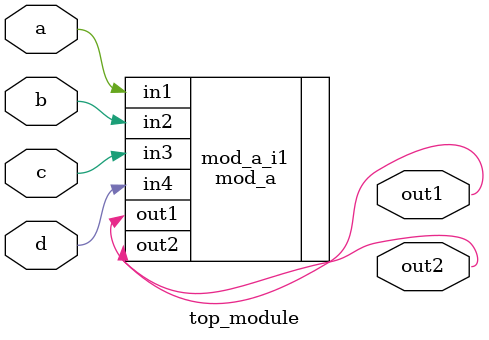
<source format=v>
module top_module ( 
    input a, 
    input b, 
    input c,
    input d,
    output out1,
    output out2
);

// Connect by name

mod_a mod_a_i1(.in1(a), .in2(b), .in3(c), .in4(d), .out1(out1), .out2(out2));

endmodule

</source>
